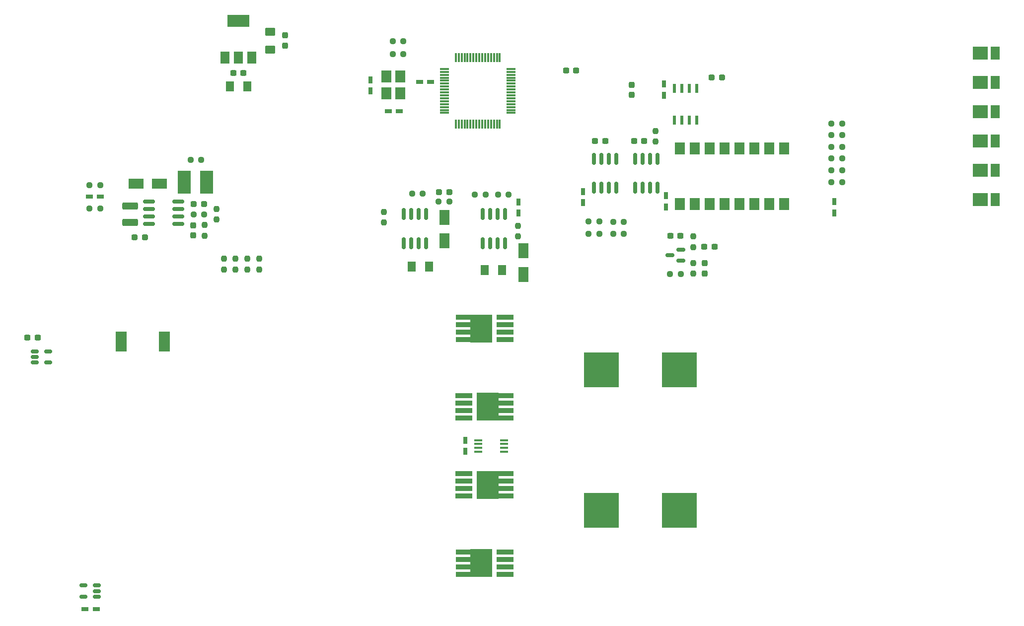
<source format=gbr>
G04 #@! TF.GenerationSoftware,KiCad,Pcbnew,(6.99.0-1920-g294b8e9051)*
G04 #@! TF.CreationDate,2022-07-23T00:22:57+02:00*
G04 #@! TF.ProjectId,driver,64726976-6572-42e6-9b69-6361645f7063,rev?*
G04 #@! TF.SameCoordinates,Original*
G04 #@! TF.FileFunction,Paste,Top*
G04 #@! TF.FilePolarity,Positive*
%FSLAX46Y46*%
G04 Gerber Fmt 4.6, Leading zero omitted, Abs format (unit mm)*
G04 Created by KiCad (PCBNEW (6.99.0-1920-g294b8e9051)) date 2022-07-23 00:22:57*
%MOMM*%
%LPD*%
G01*
G04 APERTURE LIST*
G04 Aperture macros list*
%AMRoundRect*
0 Rectangle with rounded corners*
0 $1 Rounding radius*
0 $2 $3 $4 $5 $6 $7 $8 $9 X,Y pos of 4 corners*
0 Add a 4 corners polygon primitive as box body*
4,1,4,$2,$3,$4,$5,$6,$7,$8,$9,$2,$3,0*
0 Add four circle primitives for the rounded corners*
1,1,$1+$1,$2,$3*
1,1,$1+$1,$4,$5*
1,1,$1+$1,$6,$7*
1,1,$1+$1,$8,$9*
0 Add four rect primitives between the rounded corners*
20,1,$1+$1,$2,$3,$4,$5,0*
20,1,$1+$1,$4,$5,$6,$7,0*
20,1,$1+$1,$6,$7,$8,$9,0*
20,1,$1+$1,$8,$9,$2,$3,0*%
G04 Aperture macros list end*
%ADD10RoundRect,0.237500X-0.250000X-0.237500X0.250000X-0.237500X0.250000X0.237500X-0.250000X0.237500X0*%
%ADD11R,1.450000X0.450000*%
%ADD12R,0.750000X1.200000*%
%ADD13R,1.200000X0.750000*%
%ADD14RoundRect,0.237500X0.237500X-0.250000X0.237500X0.250000X-0.237500X0.250000X-0.237500X-0.250000X0*%
%ADD15R,1.800000X2.100000*%
%ADD16R,3.000000X0.850000*%
%ADD17R,3.750000X4.700000*%
%ADD18R,2.950000X0.850000*%
%ADD19RoundRect,0.237500X0.250000X0.237500X-0.250000X0.237500X-0.250000X-0.237500X0.250000X-0.237500X0*%
%ADD20RoundRect,0.237500X0.287500X0.237500X-0.287500X0.237500X-0.287500X-0.237500X0.287500X-0.237500X0*%
%ADD21R,0.600000X1.550000*%
%ADD22RoundRect,0.250001X0.462499X0.624999X-0.462499X0.624999X-0.462499X-0.624999X0.462499X-0.624999X0*%
%ADD23RoundRect,0.237500X-0.287500X-0.237500X0.287500X-0.237500X0.287500X0.237500X-0.287500X0.237500X0*%
%ADD24RoundRect,0.237500X-0.237500X0.287500X-0.237500X-0.287500X0.237500X-0.287500X0.237500X0.287500X0*%
%ADD25RoundRect,0.250001X0.624999X-0.462499X0.624999X0.462499X-0.624999X0.462499X-0.624999X-0.462499X0*%
%ADD26R,1.800000X2.500000*%
%ADD27R,2.500000X1.800000*%
%ADD28R,2.200000X3.900000*%
%ADD29RoundRect,0.250000X-1.075000X0.375000X-1.075000X-0.375000X1.075000X-0.375000X1.075000X0.375000X0*%
%ADD30RoundRect,0.237500X-0.237500X0.250000X-0.237500X-0.250000X0.237500X-0.250000X0.237500X0.250000X0*%
%ADD31RoundRect,0.150000X-0.825000X-0.150000X0.825000X-0.150000X0.825000X0.150000X-0.825000X0.150000X0*%
%ADD32RoundRect,0.150000X-0.150000X0.825000X-0.150000X-0.825000X0.150000X-0.825000X0.150000X0.825000X0*%
%ADD33R,1.500000X2.000000*%
%ADD34R,3.800000X2.000000*%
%ADD35RoundRect,0.237500X0.300000X0.237500X-0.300000X0.237500X-0.300000X-0.237500X0.300000X-0.237500X0*%
%ADD36RoundRect,0.237500X0.237500X-0.300000X0.237500X0.300000X-0.237500X0.300000X-0.237500X-0.300000X0*%
%ADD37R,2.500000X2.200000*%
%ADD38R,1.550000X2.200000*%
%ADD39RoundRect,0.150000X0.150000X-0.825000X0.150000X0.825000X-0.150000X0.825000X-0.150000X-0.825000X0*%
%ADD40R,6.000000X6.000000*%
%ADD41R,1.780000X2.000000*%
%ADD42RoundRect,0.237500X-0.300000X-0.237500X0.300000X-0.237500X0.300000X0.237500X-0.300000X0.237500X0*%
%ADD43RoundRect,0.075000X-0.700000X-0.075000X0.700000X-0.075000X0.700000X0.075000X-0.700000X0.075000X0*%
%ADD44RoundRect,0.075000X-0.075000X-0.700000X0.075000X-0.700000X0.075000X0.700000X-0.075000X0.700000X0*%
%ADD45R,1.850000X3.400000*%
%ADD46RoundRect,0.150000X0.512500X0.150000X-0.512500X0.150000X-0.512500X-0.150000X0.512500X-0.150000X0*%
%ADD47RoundRect,0.150000X0.587500X0.150000X-0.587500X0.150000X-0.587500X-0.150000X0.587500X-0.150000X0*%
%ADD48RoundRect,0.150000X-0.512500X-0.150000X0.512500X-0.150000X0.512500X0.150000X-0.512500X0.150000X0*%
G04 APERTURE END LIST*
D10*
X270787500Y18000000D03*
X272612500Y18000000D03*
D11*
X289799999Y-51974949D03*
X289799999Y-51324949D03*
X289799999Y-50674949D03*
X289799999Y-50024949D03*
X285399999Y-50024949D03*
X285399999Y-50674949D03*
X285399999Y-51324949D03*
X285399999Y-51974949D03*
D10*
X345587500Y-4000000D03*
X347412500Y-4000000D03*
D12*
X317399999Y-10249999D03*
X317399999Y-8349999D03*
D13*
X271949999Y6049999D03*
X270049999Y6049999D03*
D12*
X266999999Y9549999D03*
X266999999Y11449999D03*
X292249999Y-11299999D03*
X292249999Y-9399999D03*
X303199999Y-9499999D03*
X303199999Y-7599999D03*
D14*
X315600000Y887500D03*
X315600000Y2712500D03*
D10*
X270787500Y15800000D03*
X272612500Y15800000D03*
D15*
X269749999Y11999999D03*
X269749999Y9099999D03*
X272049999Y9099999D03*
X272049999Y11999999D03*
D16*
X282969038Y-72904999D03*
X282969038Y-71634999D03*
D17*
X285894038Y-70999999D03*
D16*
X282969038Y-70364999D03*
X282969038Y-69094999D03*
D18*
X289944038Y-69094999D03*
X289944038Y-72904999D03*
X289944038Y-71634999D03*
X289944038Y-70364999D03*
D13*
X219049999Y-8499999D03*
X220949999Y-8499999D03*
D16*
X282969038Y-32904999D03*
X282969038Y-31634999D03*
D17*
X285894038Y-30999999D03*
D16*
X282969038Y-30364999D03*
X282969038Y-29094999D03*
D18*
X289944038Y-29094999D03*
X289944038Y-32904999D03*
X289944038Y-31634999D03*
X289944038Y-30364999D03*
D16*
X289919038Y-42428299D03*
X289919038Y-43698299D03*
D17*
X286994038Y-44333299D03*
D16*
X289919038Y-44968299D03*
X289919038Y-46238299D03*
D18*
X282944038Y-46238299D03*
X282944038Y-42428299D03*
X282944038Y-43698299D03*
X282944038Y-44968299D03*
D16*
X289919038Y-55761699D03*
X289919038Y-57031699D03*
D17*
X286994038Y-57666699D03*
D16*
X289919038Y-58301699D03*
X289919038Y-59571699D03*
D18*
X282944038Y-59571699D03*
X282944038Y-55761699D03*
X282944038Y-57031699D03*
X282944038Y-58301699D03*
D10*
X345587500Y2000000D03*
X347412500Y2000000D03*
D12*
X283199999Y-51949999D03*
X283199999Y-50049999D03*
D19*
X286637500Y-8150000D03*
X284812500Y-8150000D03*
D20*
X326925000Y11850000D03*
X325175000Y11850000D03*
D21*
X318844999Y4549999D03*
X320114999Y4549999D03*
X321384999Y4549999D03*
X322654999Y4549999D03*
X322654999Y9949999D03*
X321384999Y9949999D03*
X320114999Y9949999D03*
X318844999Y9949999D03*
D12*
X316999999Y8799999D03*
X316999999Y10699999D03*
D22*
X276987500Y-20400000D03*
X274012500Y-20400000D03*
D10*
X345587500Y0D03*
X347412500Y0D03*
X345587500Y-6000000D03*
X347412500Y-6000000D03*
D13*
X218349999Y-78799999D03*
X220249999Y-78799999D03*
X277249999Y11099999D03*
X275349999Y11099999D03*
D19*
X220912500Y-6500000D03*
X219087500Y-6500000D03*
D12*
X346049999Y-11249999D03*
X346049999Y-9349999D03*
D23*
X226775000Y-15450000D03*
X228525000Y-15450000D03*
D20*
X238625000Y-9750000D03*
X236875000Y-9750000D03*
D24*
X236750000Y-13375000D03*
X236750000Y-15125000D03*
D22*
X289475000Y-21000000D03*
X286500000Y-21000000D03*
X245987500Y10350000D03*
X243012500Y10350000D03*
D25*
X249900000Y16612500D03*
X249900000Y19587500D03*
D26*
X279599999Y-15999999D03*
X279599999Y-11999999D03*
D27*
X230999999Y-6249999D03*
X226999999Y-6249999D03*
D26*
X293099999Y-21749999D03*
X293099999Y-17749999D03*
D28*
X239049999Y-5999999D03*
X235249999Y-5999999D03*
D29*
X226000000Y-10100000D03*
X226000000Y-12900000D03*
D19*
X280462500Y-9300000D03*
X278637500Y-9300000D03*
X238662500Y-11500000D03*
X236837500Y-11500000D03*
X238162500Y-2250000D03*
X236337500Y-2250000D03*
D30*
X240750000Y-10587500D03*
X240750000Y-12412500D03*
X238750000Y-13337500D03*
X238750000Y-15162500D03*
D10*
X288737500Y-8150000D03*
X290562500Y-8150000D03*
D31*
X229275000Y-9345000D03*
X229275000Y-10615000D03*
X229275000Y-11885000D03*
X229275000Y-13155000D03*
X234225000Y-13155000D03*
X234225000Y-11885000D03*
X234225000Y-10615000D03*
X234225000Y-9345000D03*
D32*
X289955000Y-11475000D03*
X288685000Y-11475000D03*
X287415000Y-11475000D03*
X286145000Y-11475000D03*
X286145000Y-16425000D03*
X287415000Y-16425000D03*
X288685000Y-16425000D03*
X289955000Y-16425000D03*
D33*
X242199999Y15199999D03*
X244499999Y15199999D03*
X246799999Y15199999D03*
D34*
X244499999Y21499999D03*
D35*
X245362500Y12600000D03*
X243637500Y12600000D03*
D36*
X252450000Y17287500D03*
X252450000Y19012500D03*
D14*
X292150000Y-15262500D03*
X292150000Y-13437500D03*
D32*
X276505000Y-11475000D03*
X275235000Y-11475000D03*
X273965000Y-11475000D03*
X272695000Y-11475000D03*
X272695000Y-16425000D03*
X273965000Y-16425000D03*
X275235000Y-16425000D03*
X276505000Y-16425000D03*
D23*
X278675000Y-7700000D03*
X280425000Y-7700000D03*
D19*
X220912500Y-10500000D03*
X219087500Y-10500000D03*
D14*
X322000000Y-17112500D03*
X322000000Y-15287500D03*
X244000000Y-20912500D03*
X244000000Y-19087500D03*
D35*
X210262500Y-32500000D03*
X208537500Y-32500000D03*
D37*
X370949999Y15999999D03*
D38*
X373524999Y15999999D03*
D10*
X345587500Y4000000D03*
X347412500Y4000000D03*
D39*
X312095000Y-6975000D03*
X313365000Y-6975000D03*
X314635000Y-6975000D03*
X315905000Y-6975000D03*
X315905000Y-2025000D03*
X314635000Y-2025000D03*
X313365000Y-2025000D03*
X312095000Y-2025000D03*
D36*
X311500000Y8837500D03*
X311500000Y10562500D03*
D40*
X319649999Y-61999999D03*
X306349999Y-61999999D03*
D14*
X248000000Y-20912500D03*
X248000000Y-19087500D03*
D41*
X319769999Y-9779490D03*
X322309999Y-9779490D03*
X324849999Y-9779490D03*
X327389999Y-9779490D03*
X329929999Y-9779490D03*
X332469999Y-9779490D03*
X335009999Y-9779490D03*
X337549999Y-9779490D03*
X337549999Y-249490D03*
X335009999Y-249490D03*
X332469999Y-249490D03*
X329929999Y-249490D03*
X327389999Y-249490D03*
X324849999Y-249490D03*
X322309999Y-249490D03*
X319769999Y-249490D03*
D14*
X242000000Y-20912500D03*
X242000000Y-19087500D03*
D37*
X370949999Y999999D03*
D38*
X373524999Y999999D03*
D42*
X305287500Y990000D03*
X307012500Y990000D03*
D43*
X279630509Y13290000D03*
X279630509Y12790000D03*
X279630509Y12290000D03*
X279630509Y11790000D03*
X279630509Y11290000D03*
X279630509Y10790000D03*
X279630509Y10290000D03*
X279630509Y9790000D03*
X279630509Y9290000D03*
X279630509Y8790000D03*
X279630509Y8290000D03*
X279630509Y7790000D03*
X279630509Y7290000D03*
X279630509Y6790000D03*
X279630509Y6290000D03*
X279630509Y5790000D03*
D44*
X281555509Y3865000D03*
X282055509Y3865000D03*
X282555509Y3865000D03*
X283055509Y3865000D03*
X283555509Y3865000D03*
X284055509Y3865000D03*
X284555509Y3865000D03*
X285055509Y3865000D03*
X285555509Y3865000D03*
X286055509Y3865000D03*
X286555509Y3865000D03*
X287055509Y3865000D03*
X287555509Y3865000D03*
X288055509Y3865000D03*
X288555509Y3865000D03*
X289055509Y3865000D03*
D43*
X290980509Y5790000D03*
X290980509Y6290000D03*
X290980509Y6790000D03*
X290980509Y7290000D03*
X290980509Y7790000D03*
X290980509Y8290000D03*
X290980509Y8790000D03*
X290980509Y9290000D03*
X290980509Y9790000D03*
X290980509Y10290000D03*
X290980509Y10790000D03*
X290980509Y11290000D03*
X290980509Y11790000D03*
X290980509Y12290000D03*
X290980509Y12790000D03*
X290980509Y13290000D03*
D44*
X289055509Y15215000D03*
X288555509Y15215000D03*
X288055509Y15215000D03*
X287555509Y15215000D03*
X287055509Y15215000D03*
X286555509Y15215000D03*
X286055509Y15215000D03*
X285555509Y15215000D03*
X285055509Y15215000D03*
X284555509Y15215000D03*
X284055509Y15215000D03*
X283555509Y15215000D03*
X283055509Y15215000D03*
X282555509Y15215000D03*
X282055509Y15215000D03*
X281555509Y15215000D03*
D45*
X224499999Y-33199999D03*
X231899999Y-33199999D03*
D42*
X311937500Y980000D03*
X313662500Y980000D03*
D30*
X322000000Y-19787500D03*
X322000000Y-21612500D03*
X246000000Y-19087500D03*
X246000000Y-20912500D03*
D19*
X310212500Y-12800000D03*
X308387500Y-12800000D03*
X306012500Y-12750000D03*
X304187500Y-12750000D03*
D37*
X370949999Y-8999999D03*
D38*
X373524999Y-8999999D03*
D46*
X220331991Y-76710000D03*
X220331991Y-75760000D03*
X220331991Y-74810000D03*
X218056991Y-74810000D03*
X218056991Y-76710000D03*
D30*
X269310000Y-11087500D03*
X269310000Y-12912500D03*
D10*
X345587500Y-2000000D03*
X347412500Y-2000000D03*
D35*
X319862500Y-15200000D03*
X318137500Y-15200000D03*
X325662500Y-17000000D03*
X323937500Y-17000000D03*
D37*
X370949999Y-3999999D03*
D38*
X373524999Y-3999999D03*
D19*
X306012500Y-14800000D03*
X304187500Y-14800000D03*
D37*
X370949999Y10999999D03*
D38*
X373524999Y10999999D03*
D37*
X370949999Y5999999D03*
D38*
X373524999Y5999999D03*
D10*
X318087500Y-21700000D03*
X319912500Y-21700000D03*
D35*
X302062500Y13010000D03*
X300337500Y13010000D03*
D10*
X274087500Y-8000000D03*
X275912500Y-8000000D03*
D47*
X319937500Y-19400000D03*
X319937500Y-17500000D03*
X318062500Y-18450000D03*
D48*
X209798009Y-34860000D03*
X209798009Y-35810000D03*
X209798009Y-36760000D03*
X212073009Y-36760000D03*
X212073009Y-34860000D03*
D36*
X324000000Y-21562500D03*
X324000000Y-19837500D03*
D40*
X306349999Y-37999999D03*
X319649999Y-37999999D03*
D39*
X305095000Y-6975000D03*
X306365000Y-6975000D03*
X307635000Y-6975000D03*
X308905000Y-6975000D03*
X308905000Y-2025000D03*
X307635000Y-2025000D03*
X306365000Y-2025000D03*
X305095000Y-2025000D03*
D19*
X310212500Y-14800000D03*
X308387500Y-14800000D03*
M02*

</source>
